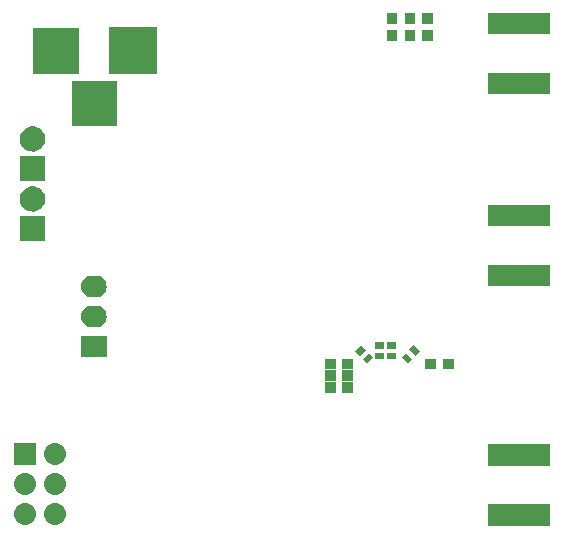
<source format=gbr>
G04 #@! TF.FileFunction,Soldermask,Bot*
%FSLAX46Y46*%
G04 Gerber Fmt 4.6, Leading zero omitted, Abs format (unit mm)*
G04 Created by KiCad (PCBNEW 4.X.X-debug) date Tue Sep 13 20:33:14 2016*
%MOMM*%
%LPD*%
G01*
G04 APERTURE LIST*
%ADD10C,0.100000*%
G04 APERTURE END LIST*
D10*
G36*
X147603500Y-146703500D02*
X142396500Y-146703500D01*
X142396500Y-144876500D01*
X147603500Y-144876500D01*
X147603500Y-146703500D01*
X147603500Y-146703500D01*
G37*
G36*
X105724639Y-144792936D02*
X105732430Y-144792990D01*
X105912241Y-144813159D01*
X106084710Y-144867870D01*
X106243267Y-144955037D01*
X106381874Y-145071342D01*
X106495250Y-145212354D01*
X106579078Y-145372702D01*
X106630165Y-145546279D01*
X106630168Y-145546315D01*
X106630171Y-145546324D01*
X106646565Y-145726470D01*
X106627657Y-145906372D01*
X106627654Y-145906382D01*
X106627650Y-145906419D01*
X106574145Y-146079266D01*
X106488087Y-146238428D01*
X106372752Y-146377843D01*
X106232535Y-146492201D01*
X106072776Y-146577147D01*
X105899561Y-146629444D01*
X105719486Y-146647100D01*
X105710477Y-146647100D01*
X105705361Y-146647064D01*
X105697570Y-146647010D01*
X105517759Y-146626841D01*
X105345290Y-146572130D01*
X105186733Y-146484963D01*
X105048126Y-146368658D01*
X104934750Y-146227646D01*
X104850922Y-146067298D01*
X104799835Y-145893721D01*
X104799832Y-145893685D01*
X104799829Y-145893676D01*
X104783435Y-145713530D01*
X104802343Y-145533628D01*
X104802346Y-145533618D01*
X104802350Y-145533581D01*
X104855855Y-145360734D01*
X104941913Y-145201572D01*
X105057248Y-145062157D01*
X105197465Y-144947799D01*
X105357224Y-144862853D01*
X105530439Y-144810556D01*
X105710514Y-144792900D01*
X105719523Y-144792900D01*
X105724639Y-144792936D01*
X105724639Y-144792936D01*
G37*
G36*
X103184639Y-144792936D02*
X103192430Y-144792990D01*
X103372241Y-144813159D01*
X103544710Y-144867870D01*
X103703267Y-144955037D01*
X103841874Y-145071342D01*
X103955250Y-145212354D01*
X104039078Y-145372702D01*
X104090165Y-145546279D01*
X104090168Y-145546315D01*
X104090171Y-145546324D01*
X104106565Y-145726470D01*
X104087657Y-145906372D01*
X104087654Y-145906382D01*
X104087650Y-145906419D01*
X104034145Y-146079266D01*
X103948087Y-146238428D01*
X103832752Y-146377843D01*
X103692535Y-146492201D01*
X103532776Y-146577147D01*
X103359561Y-146629444D01*
X103179486Y-146647100D01*
X103170477Y-146647100D01*
X103165361Y-146647064D01*
X103157570Y-146647010D01*
X102977759Y-146626841D01*
X102805290Y-146572130D01*
X102646733Y-146484963D01*
X102508126Y-146368658D01*
X102394750Y-146227646D01*
X102310922Y-146067298D01*
X102259835Y-145893721D01*
X102259832Y-145893685D01*
X102259829Y-145893676D01*
X102243435Y-145713530D01*
X102262343Y-145533628D01*
X102262346Y-145533618D01*
X102262350Y-145533581D01*
X102315855Y-145360734D01*
X102401913Y-145201572D01*
X102517248Y-145062157D01*
X102657465Y-144947799D01*
X102817224Y-144862853D01*
X102990439Y-144810556D01*
X103170514Y-144792900D01*
X103179523Y-144792900D01*
X103184639Y-144792936D01*
X103184639Y-144792936D01*
G37*
G36*
X103184639Y-142252936D02*
X103192430Y-142252990D01*
X103372241Y-142273159D01*
X103544710Y-142327870D01*
X103703267Y-142415037D01*
X103841874Y-142531342D01*
X103955250Y-142672354D01*
X104039078Y-142832702D01*
X104090165Y-143006279D01*
X104090168Y-143006315D01*
X104090171Y-143006324D01*
X104106565Y-143186470D01*
X104087657Y-143366372D01*
X104087654Y-143366382D01*
X104087650Y-143366419D01*
X104034145Y-143539266D01*
X103948087Y-143698428D01*
X103832752Y-143837843D01*
X103692535Y-143952201D01*
X103532776Y-144037147D01*
X103359561Y-144089444D01*
X103179486Y-144107100D01*
X103170477Y-144107100D01*
X103165361Y-144107064D01*
X103157570Y-144107010D01*
X102977759Y-144086841D01*
X102805290Y-144032130D01*
X102646733Y-143944963D01*
X102508126Y-143828658D01*
X102394750Y-143687646D01*
X102310922Y-143527298D01*
X102259835Y-143353721D01*
X102259832Y-143353685D01*
X102259829Y-143353676D01*
X102243435Y-143173530D01*
X102262343Y-142993628D01*
X102262346Y-142993618D01*
X102262350Y-142993581D01*
X102315855Y-142820734D01*
X102401913Y-142661572D01*
X102517248Y-142522157D01*
X102657465Y-142407799D01*
X102817224Y-142322853D01*
X102990439Y-142270556D01*
X103170514Y-142252900D01*
X103179523Y-142252900D01*
X103184639Y-142252936D01*
X103184639Y-142252936D01*
G37*
G36*
X105724639Y-142252936D02*
X105732430Y-142252990D01*
X105912241Y-142273159D01*
X106084710Y-142327870D01*
X106243267Y-142415037D01*
X106381874Y-142531342D01*
X106495250Y-142672354D01*
X106579078Y-142832702D01*
X106630165Y-143006279D01*
X106630168Y-143006315D01*
X106630171Y-143006324D01*
X106646565Y-143186470D01*
X106627657Y-143366372D01*
X106627654Y-143366382D01*
X106627650Y-143366419D01*
X106574145Y-143539266D01*
X106488087Y-143698428D01*
X106372752Y-143837843D01*
X106232535Y-143952201D01*
X106072776Y-144037147D01*
X105899561Y-144089444D01*
X105719486Y-144107100D01*
X105710477Y-144107100D01*
X105705361Y-144107064D01*
X105697570Y-144107010D01*
X105517759Y-144086841D01*
X105345290Y-144032130D01*
X105186733Y-143944963D01*
X105048126Y-143828658D01*
X104934750Y-143687646D01*
X104850922Y-143527298D01*
X104799835Y-143353721D01*
X104799832Y-143353685D01*
X104799829Y-143353676D01*
X104783435Y-143173530D01*
X104802343Y-142993628D01*
X104802346Y-142993618D01*
X104802350Y-142993581D01*
X104855855Y-142820734D01*
X104941913Y-142661572D01*
X105057248Y-142522157D01*
X105197465Y-142407799D01*
X105357224Y-142322853D01*
X105530439Y-142270556D01*
X105710514Y-142252900D01*
X105719523Y-142252900D01*
X105724639Y-142252936D01*
X105724639Y-142252936D01*
G37*
G36*
X147603500Y-141623500D02*
X142396500Y-141623500D01*
X142396500Y-139796500D01*
X147603500Y-139796500D01*
X147603500Y-141623500D01*
X147603500Y-141623500D01*
G37*
G36*
X105724639Y-139712936D02*
X105732430Y-139712990D01*
X105912241Y-139733159D01*
X106084710Y-139787870D01*
X106243267Y-139875037D01*
X106381874Y-139991342D01*
X106495250Y-140132354D01*
X106579078Y-140292702D01*
X106630165Y-140466279D01*
X106630168Y-140466315D01*
X106630171Y-140466324D01*
X106646565Y-140646470D01*
X106627657Y-140826372D01*
X106627654Y-140826382D01*
X106627650Y-140826419D01*
X106574145Y-140999266D01*
X106488087Y-141158428D01*
X106372752Y-141297843D01*
X106232535Y-141412201D01*
X106072776Y-141497147D01*
X105899561Y-141549444D01*
X105719486Y-141567100D01*
X105710477Y-141567100D01*
X105705361Y-141567064D01*
X105697570Y-141567010D01*
X105517759Y-141546841D01*
X105345290Y-141492130D01*
X105186733Y-141404963D01*
X105048126Y-141288658D01*
X104934750Y-141147646D01*
X104850922Y-140987298D01*
X104799835Y-140813721D01*
X104799832Y-140813685D01*
X104799829Y-140813676D01*
X104783435Y-140633530D01*
X104802343Y-140453628D01*
X104802346Y-140453618D01*
X104802350Y-140453581D01*
X104855855Y-140280734D01*
X104941913Y-140121572D01*
X105057248Y-139982157D01*
X105197465Y-139867799D01*
X105357224Y-139782853D01*
X105530439Y-139730556D01*
X105710514Y-139712900D01*
X105719523Y-139712900D01*
X105724639Y-139712936D01*
X105724639Y-139712936D01*
G37*
G36*
X104102100Y-141567100D02*
X102247900Y-141567100D01*
X102247900Y-139712900D01*
X104102100Y-139712900D01*
X104102100Y-141567100D01*
X104102100Y-141567100D01*
G37*
G36*
X130963500Y-135438500D02*
X130036500Y-135438500D01*
X130036500Y-134561500D01*
X130963500Y-134561500D01*
X130963500Y-135438500D01*
X130963500Y-135438500D01*
G37*
G36*
X129463500Y-135438500D02*
X128536500Y-135438500D01*
X128536500Y-134561500D01*
X129463500Y-134561500D01*
X129463500Y-135438500D01*
X129463500Y-135438500D01*
G37*
G36*
X129463500Y-134438500D02*
X128536500Y-134438500D01*
X128536500Y-133561500D01*
X129463500Y-133561500D01*
X129463500Y-134438500D01*
X129463500Y-134438500D01*
G37*
G36*
X130963500Y-134438500D02*
X130036500Y-134438500D01*
X130036500Y-133561500D01*
X130963500Y-133561500D01*
X130963500Y-134438500D01*
X130963500Y-134438500D01*
G37*
G36*
X130963500Y-133438500D02*
X130036500Y-133438500D01*
X130036500Y-132561500D01*
X130963500Y-132561500D01*
X130963500Y-133438500D01*
X130963500Y-133438500D01*
G37*
G36*
X139463500Y-133438500D02*
X138536500Y-133438500D01*
X138536500Y-132561500D01*
X139463500Y-132561500D01*
X139463500Y-133438500D01*
X139463500Y-133438500D01*
G37*
G36*
X137963500Y-133438500D02*
X137036500Y-133438500D01*
X137036500Y-132561500D01*
X137963500Y-132561500D01*
X137963500Y-133438500D01*
X137963500Y-133438500D01*
G37*
G36*
X129463500Y-133438500D02*
X128536500Y-133438500D01*
X128536500Y-132561500D01*
X129463500Y-132561500D01*
X129463500Y-133438500D01*
X129463500Y-133438500D01*
G37*
G36*
X132661554Y-132447487D02*
X132147487Y-132961554D01*
X131774842Y-132588909D01*
X132288909Y-132074842D01*
X132661554Y-132447487D01*
X132661554Y-132447487D01*
G37*
G36*
X135943356Y-132570711D02*
X135570711Y-132943356D01*
X135056644Y-132429289D01*
X135429289Y-132056644D01*
X135943356Y-132570711D01*
X135943356Y-132570711D01*
G37*
G36*
X134563500Y-132613500D02*
X133836500Y-132613500D01*
X133836500Y-132086500D01*
X134563500Y-132086500D01*
X134563500Y-132613500D01*
X134563500Y-132613500D01*
G37*
G36*
X133563500Y-132613500D02*
X132836500Y-132613500D01*
X132836500Y-132086500D01*
X133563500Y-132086500D01*
X133563500Y-132613500D01*
X133563500Y-132613500D01*
G37*
G36*
X110079500Y-132467100D02*
X107920500Y-132467100D01*
X107920500Y-130612900D01*
X110079500Y-130612900D01*
X110079500Y-132467100D01*
X110079500Y-132467100D01*
G37*
G36*
X132025158Y-131811091D02*
X131511091Y-132325158D01*
X131138446Y-131952513D01*
X131652513Y-131438446D01*
X132025158Y-131811091D01*
X132025158Y-131811091D01*
G37*
G36*
X136579752Y-131934315D02*
X136207107Y-132306960D01*
X135693040Y-131792893D01*
X136065685Y-131420248D01*
X136579752Y-131934315D01*
X136579752Y-131934315D01*
G37*
G36*
X134563500Y-131713500D02*
X133836500Y-131713500D01*
X133836500Y-131186500D01*
X134563500Y-131186500D01*
X134563500Y-131713500D01*
X134563500Y-131713500D01*
G37*
G36*
X133563500Y-131713500D02*
X132836500Y-131713500D01*
X132836500Y-131186500D01*
X133563500Y-131186500D01*
X133563500Y-131713500D01*
X133563500Y-131713500D01*
G37*
G36*
X109162776Y-128072936D02*
X109170567Y-128072990D01*
X109350378Y-128093159D01*
X109522847Y-128147870D01*
X109681404Y-128235037D01*
X109820011Y-128351342D01*
X109933387Y-128492354D01*
X110017215Y-128652702D01*
X110068302Y-128826279D01*
X110068305Y-128826315D01*
X110068308Y-128826324D01*
X110084702Y-129006470D01*
X110065794Y-129186372D01*
X110065791Y-129186382D01*
X110065787Y-129186419D01*
X110012282Y-129359266D01*
X109926224Y-129518428D01*
X109810889Y-129657843D01*
X109670672Y-129772201D01*
X109510913Y-129857147D01*
X109337698Y-129909444D01*
X109157623Y-129927100D01*
X108842340Y-129927100D01*
X108837224Y-129927064D01*
X108829433Y-129927010D01*
X108649622Y-129906841D01*
X108477153Y-129852130D01*
X108318596Y-129764963D01*
X108179989Y-129648658D01*
X108066613Y-129507646D01*
X107982785Y-129347298D01*
X107931698Y-129173721D01*
X107931695Y-129173685D01*
X107931692Y-129173676D01*
X107915298Y-128993530D01*
X107934206Y-128813628D01*
X107934209Y-128813618D01*
X107934213Y-128813581D01*
X107987718Y-128640734D01*
X108073776Y-128481572D01*
X108189111Y-128342157D01*
X108329328Y-128227799D01*
X108489087Y-128142853D01*
X108662302Y-128090556D01*
X108842377Y-128072900D01*
X109157660Y-128072900D01*
X109162776Y-128072936D01*
X109162776Y-128072936D01*
G37*
G36*
X109162776Y-125532936D02*
X109170567Y-125532990D01*
X109350378Y-125553159D01*
X109522847Y-125607870D01*
X109681404Y-125695037D01*
X109820011Y-125811342D01*
X109933387Y-125952354D01*
X110017215Y-126112702D01*
X110068302Y-126286279D01*
X110068305Y-126286315D01*
X110068308Y-126286324D01*
X110084702Y-126466470D01*
X110065794Y-126646372D01*
X110065791Y-126646382D01*
X110065787Y-126646419D01*
X110012282Y-126819266D01*
X109926224Y-126978428D01*
X109810889Y-127117843D01*
X109670672Y-127232201D01*
X109510913Y-127317147D01*
X109337698Y-127369444D01*
X109157623Y-127387100D01*
X108842340Y-127387100D01*
X108837224Y-127387064D01*
X108829433Y-127387010D01*
X108649622Y-127366841D01*
X108477153Y-127312130D01*
X108318596Y-127224963D01*
X108179989Y-127108658D01*
X108066613Y-126967646D01*
X107982785Y-126807298D01*
X107931698Y-126633721D01*
X107931695Y-126633685D01*
X107931692Y-126633676D01*
X107915298Y-126453530D01*
X107934206Y-126273628D01*
X107934209Y-126273618D01*
X107934213Y-126273581D01*
X107987718Y-126100734D01*
X108073776Y-125941572D01*
X108189111Y-125802157D01*
X108329328Y-125687799D01*
X108489087Y-125602853D01*
X108662302Y-125550556D01*
X108842377Y-125532900D01*
X109157660Y-125532900D01*
X109162776Y-125532936D01*
X109162776Y-125532936D01*
G37*
G36*
X147603500Y-126453500D02*
X142396500Y-126453500D01*
X142396500Y-124626500D01*
X147603500Y-124626500D01*
X147603500Y-126453500D01*
X147603500Y-126453500D01*
G37*
G36*
X104873500Y-122653500D02*
X102746500Y-122653500D01*
X102746500Y-120526500D01*
X104873500Y-120526500D01*
X104873500Y-122653500D01*
X104873500Y-122653500D01*
G37*
G36*
X147603500Y-121373500D02*
X142396500Y-121373500D01*
X142396500Y-119546500D01*
X147603500Y-119546500D01*
X147603500Y-121373500D01*
X147603500Y-121373500D01*
G37*
G36*
X103921708Y-117987206D02*
X104126004Y-118029142D01*
X104318278Y-118109967D01*
X104491184Y-118226593D01*
X104638144Y-118374583D01*
X104753559Y-118548298D01*
X104833037Y-118741124D01*
X104873478Y-118945369D01*
X104873478Y-118945374D01*
X104873546Y-118945718D01*
X104870219Y-119183937D01*
X104870143Y-119184271D01*
X104870143Y-119184284D01*
X104824014Y-119387321D01*
X104739186Y-119577849D01*
X104618962Y-119748276D01*
X104467925Y-119892106D01*
X104291828Y-120003861D01*
X104097380Y-120079282D01*
X103891988Y-120115499D01*
X103683468Y-120111131D01*
X103479768Y-120066344D01*
X103288647Y-119982846D01*
X103117392Y-119863820D01*
X102972507Y-119713787D01*
X102859528Y-119538477D01*
X102782748Y-119344555D01*
X102745100Y-119139424D01*
X102748011Y-118930880D01*
X102791375Y-118726872D01*
X102873535Y-118535175D01*
X102991368Y-118363086D01*
X103140380Y-118217163D01*
X103314900Y-118102960D01*
X103508278Y-118024830D01*
X103713143Y-117985750D01*
X103921708Y-117987206D01*
X103921708Y-117987206D01*
G37*
G36*
X104873500Y-117573500D02*
X102746500Y-117573500D01*
X102746500Y-115446500D01*
X104873500Y-115446500D01*
X104873500Y-117573500D01*
X104873500Y-117573500D01*
G37*
G36*
X103921708Y-112907206D02*
X104126004Y-112949142D01*
X104318278Y-113029967D01*
X104491184Y-113146593D01*
X104638144Y-113294583D01*
X104753559Y-113468298D01*
X104833037Y-113661124D01*
X104873478Y-113865369D01*
X104873478Y-113865374D01*
X104873546Y-113865718D01*
X104870219Y-114103937D01*
X104870143Y-114104271D01*
X104870143Y-114104284D01*
X104824014Y-114307321D01*
X104739186Y-114497849D01*
X104618962Y-114668276D01*
X104467925Y-114812106D01*
X104291828Y-114923861D01*
X104097380Y-114999282D01*
X103891988Y-115035499D01*
X103683468Y-115031131D01*
X103479768Y-114986344D01*
X103288647Y-114902846D01*
X103117392Y-114783820D01*
X102972507Y-114633787D01*
X102859528Y-114458477D01*
X102782748Y-114264555D01*
X102745100Y-114059424D01*
X102748011Y-113850880D01*
X102791375Y-113646872D01*
X102873535Y-113455175D01*
X102991368Y-113283086D01*
X103140380Y-113137163D01*
X103314900Y-113022960D01*
X103508278Y-112944830D01*
X103713143Y-112905750D01*
X103921708Y-112907206D01*
X103921708Y-112907206D01*
G37*
G36*
X110963360Y-112913500D02*
X107136360Y-112913500D01*
X107136360Y-109086500D01*
X110963360Y-109086500D01*
X110963360Y-112913500D01*
X110963360Y-112913500D01*
G37*
G36*
X147603500Y-110203500D02*
X142396500Y-110203500D01*
X142396500Y-108376500D01*
X147603500Y-108376500D01*
X147603500Y-110203500D01*
X147603500Y-110203500D01*
G37*
G36*
X114313360Y-108513500D02*
X110286360Y-108513500D01*
X110286360Y-104486500D01*
X114313360Y-104486500D01*
X114313360Y-108513500D01*
X114313360Y-108513500D01*
G37*
G36*
X107763360Y-108463500D02*
X103836360Y-108463500D01*
X103836360Y-104536500D01*
X107763360Y-104536500D01*
X107763360Y-108463500D01*
X107763360Y-108463500D01*
G37*
G36*
X137688500Y-105713500D02*
X136811500Y-105713500D01*
X136811500Y-104786500D01*
X137688500Y-104786500D01*
X137688500Y-105713500D01*
X137688500Y-105713500D01*
G37*
G36*
X134688500Y-105713500D02*
X133811500Y-105713500D01*
X133811500Y-104786500D01*
X134688500Y-104786500D01*
X134688500Y-105713500D01*
X134688500Y-105713500D01*
G37*
G36*
X136188500Y-105713500D02*
X135311500Y-105713500D01*
X135311500Y-104786500D01*
X136188500Y-104786500D01*
X136188500Y-105713500D01*
X136188500Y-105713500D01*
G37*
G36*
X147603500Y-105123500D02*
X142396500Y-105123500D01*
X142396500Y-103296500D01*
X147603500Y-103296500D01*
X147603500Y-105123500D01*
X147603500Y-105123500D01*
G37*
G36*
X137688500Y-104213500D02*
X136811500Y-104213500D01*
X136811500Y-103286500D01*
X137688500Y-103286500D01*
X137688500Y-104213500D01*
X137688500Y-104213500D01*
G37*
G36*
X134688500Y-104213500D02*
X133811500Y-104213500D01*
X133811500Y-103286500D01*
X134688500Y-103286500D01*
X134688500Y-104213500D01*
X134688500Y-104213500D01*
G37*
G36*
X136188500Y-104213500D02*
X135311500Y-104213500D01*
X135311500Y-103286500D01*
X136188500Y-103286500D01*
X136188500Y-104213500D01*
X136188500Y-104213500D01*
G37*
M02*

</source>
